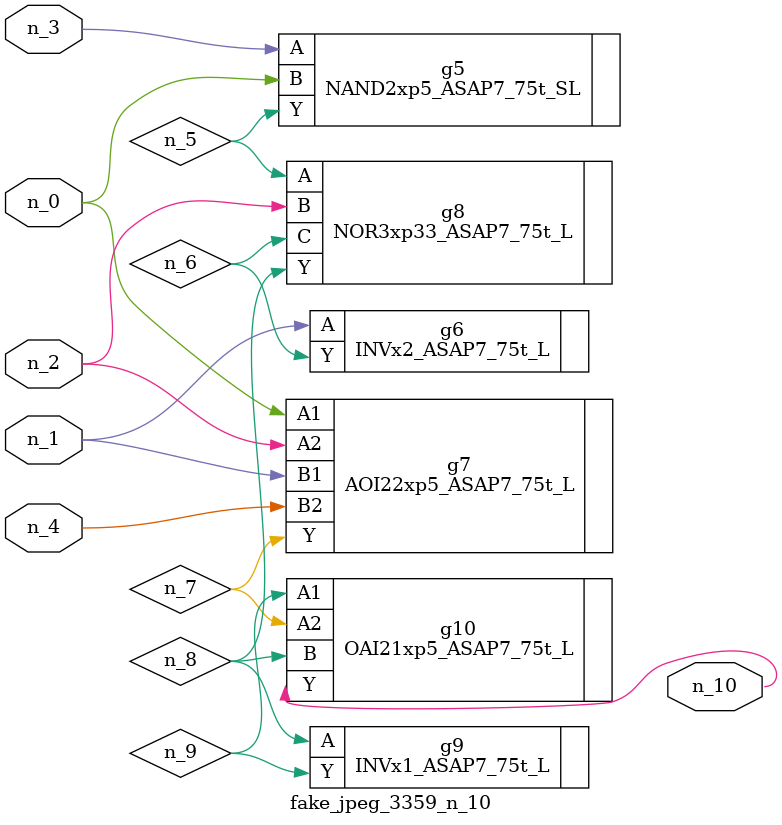
<source format=v>
module fake_jpeg_3359_n_10 (n_3, n_2, n_1, n_0, n_4, n_10);

input n_3;
input n_2;
input n_1;
input n_0;
input n_4;

output n_10;

wire n_8;
wire n_9;
wire n_6;
wire n_5;
wire n_7;

NAND2xp5_ASAP7_75t_SL g5 ( 
.A(n_3),
.B(n_0),
.Y(n_5)
);

INVx2_ASAP7_75t_L g6 ( 
.A(n_1),
.Y(n_6)
);

AOI22xp5_ASAP7_75t_L g7 ( 
.A1(n_0),
.A2(n_2),
.B1(n_1),
.B2(n_4),
.Y(n_7)
);

NOR3xp33_ASAP7_75t_L g8 ( 
.A(n_5),
.B(n_2),
.C(n_6),
.Y(n_8)
);

INVx1_ASAP7_75t_L g9 ( 
.A(n_8),
.Y(n_9)
);

OAI21xp5_ASAP7_75t_L g10 ( 
.A1(n_9),
.A2(n_7),
.B(n_8),
.Y(n_10)
);


endmodule
</source>
